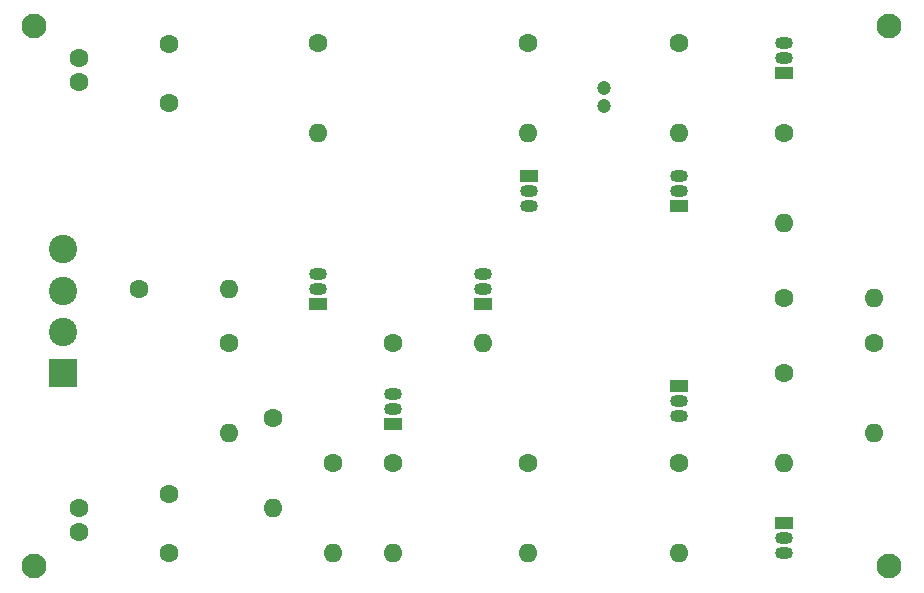
<source format=gbr>
%TF.GenerationSoftware,KiCad,Pcbnew,(6.0.7)*%
%TF.CreationDate,2023-05-14T18:18:18-04:00*%
%TF.ProjectId,12V_Plus_Minus_5MHz_Amplifier,3132565f-506c-4757-935f-4d696e75735f,rev?*%
%TF.SameCoordinates,Original*%
%TF.FileFunction,Soldermask,Top*%
%TF.FilePolarity,Negative*%
%FSLAX46Y46*%
G04 Gerber Fmt 4.6, Leading zero omitted, Abs format (unit mm)*
G04 Created by KiCad (PCBNEW (6.0.7)) date 2023-05-14 18:18:18*
%MOMM*%
%LPD*%
G01*
G04 APERTURE LIST*
%ADD10R,2.400000X2.400000*%
%ADD11C,2.400000*%
%ADD12C,2.100000*%
%ADD13O,1.600000X1.600000*%
%ADD14C,1.600000*%
%ADD15R,1.500000X1.050000*%
%ADD16O,1.500000X1.050000*%
%ADD17C,1.200000*%
G04 APERTURE END LIST*
D10*
%TO.C,J1*%
X191670000Y-141140000D03*
D11*
X191670000Y-137640000D03*
X191670000Y-134140000D03*
X191670000Y-130640000D03*
%TD*%
D12*
%TO.C,H4*%
X261620000Y-157480000D03*
%TD*%
%TO.C,H3*%
X189230000Y-157480000D03*
%TD*%
%TO.C,H2*%
X261620000Y-111760000D03*
%TD*%
%TO.C,H1*%
X189230000Y-111760000D03*
%TD*%
D13*
%TO.C,R7*%
X227230000Y-138600000D03*
D14*
X219610000Y-138600000D03*
%TD*%
D15*
%TO.C,Q7*%
X252730000Y-115740000D03*
D16*
X252730000Y-114470000D03*
X252730000Y-113200000D03*
%TD*%
D13*
%TO.C,R9*%
X231040000Y-156380000D03*
D14*
X231040000Y-148760000D03*
%TD*%
%TO.C,R13*%
X252730000Y-141140000D03*
D13*
X252730000Y-148760000D03*
%TD*%
D14*
%TO.C,C2*%
X200660000Y-118240000D03*
X200660000Y-113240000D03*
%TD*%
%TO.C,C3*%
X193040000Y-152570000D03*
X193040000Y-154570000D03*
%TD*%
D13*
%TO.C,R3*%
X213260000Y-120820000D03*
D14*
X213260000Y-113200000D03*
%TD*%
D15*
%TO.C,Q8*%
X252730000Y-153840000D03*
D16*
X252730000Y-155110000D03*
X252730000Y-156380000D03*
%TD*%
D13*
%TO.C,R1*%
X205740000Y-134000000D03*
D14*
X198120000Y-134000000D03*
%TD*%
%TO.C,C4*%
X200660000Y-151380000D03*
X200660000Y-156380000D03*
%TD*%
%TO.C,C1*%
X193040000Y-114470000D03*
X193040000Y-116470000D03*
%TD*%
D13*
%TO.C,R15*%
X260350000Y-146220000D03*
D14*
X260350000Y-138600000D03*
%TD*%
%TO.C,R14*%
X252730000Y-134790000D03*
D13*
X260350000Y-134790000D03*
%TD*%
%TO.C,R4*%
X209450000Y-152570000D03*
D14*
X209450000Y-144950000D03*
%TD*%
%TO.C,R12*%
X252730000Y-120820000D03*
D13*
X252730000Y-128440000D03*
%TD*%
D16*
%TO.C,Q4*%
X231140000Y-127000000D03*
X231140000Y-125730000D03*
D15*
X231140000Y-124460000D03*
%TD*%
%TO.C,Q6*%
X243840000Y-142240000D03*
D16*
X243840000Y-143510000D03*
X243840000Y-144780000D03*
%TD*%
%TO.C,Q3*%
X227230000Y-132730000D03*
X227230000Y-134000000D03*
D15*
X227230000Y-135270000D03*
%TD*%
D16*
%TO.C,Q5*%
X243840000Y-124460000D03*
X243840000Y-125730000D03*
D15*
X243840000Y-127000000D03*
%TD*%
D13*
%TO.C,R5*%
X214530000Y-156380000D03*
D14*
X214530000Y-148760000D03*
%TD*%
D17*
%TO.C,C5*%
X237490000Y-118510000D03*
X237490000Y-117010000D03*
%TD*%
D14*
%TO.C,R10*%
X243840000Y-113200000D03*
D13*
X243840000Y-120820000D03*
%TD*%
%TO.C,R2*%
X205740000Y-146220000D03*
D14*
X205740000Y-138600000D03*
%TD*%
D16*
%TO.C,Q2*%
X219610000Y-142890000D03*
X219610000Y-144160000D03*
D15*
X219610000Y-145430000D03*
%TD*%
D14*
%TO.C,R11*%
X243840000Y-148760000D03*
D13*
X243840000Y-156380000D03*
%TD*%
D16*
%TO.C,Q1*%
X213260000Y-132730000D03*
X213260000Y-134000000D03*
D15*
X213260000Y-135270000D03*
%TD*%
D13*
%TO.C,R6*%
X219610000Y-156380000D03*
D14*
X219610000Y-148760000D03*
%TD*%
D13*
%TO.C,R8*%
X231040000Y-120820000D03*
D14*
X231040000Y-113200000D03*
%TD*%
M02*

</source>
